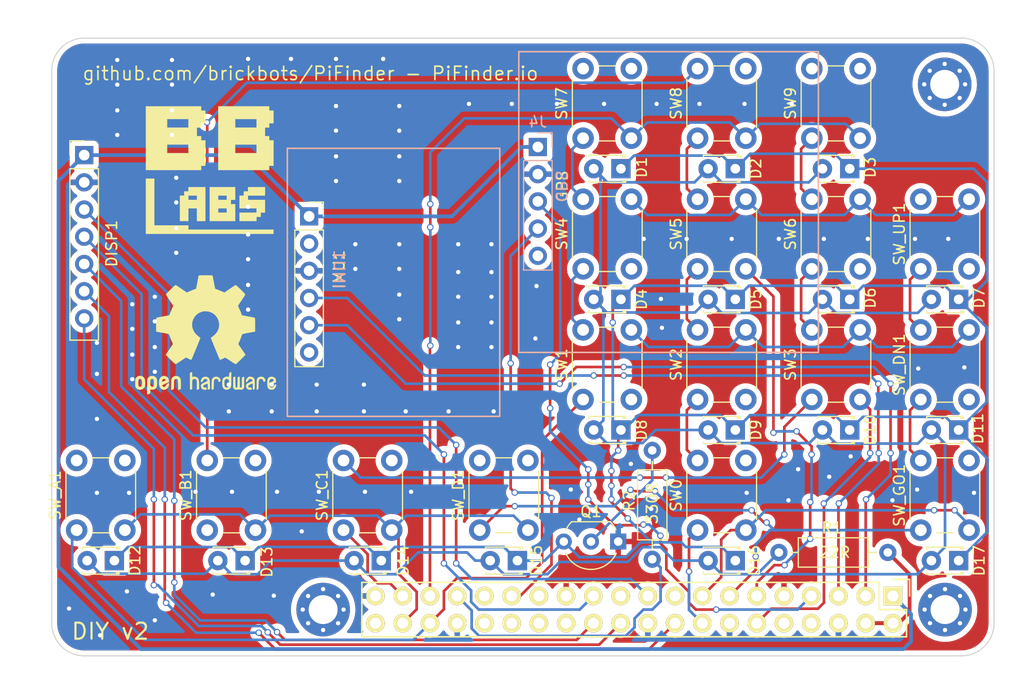
<source format=kicad_pcb>
(kicad_pcb (version 20211014) (generator pcbnew)
  (layers (0 "F.Cu" signal) (31 "B.Cu" signal) (34 "B.Paste" user) (35 "F.Paste" user) (36 "B.SilkS" user "B.Silkscreen") (37 "F.SilkS" user "F.Silkscreen") (38 "B.Mask" user) (39 "F.Mask" user) (44 "Edge.Cuts" user))
  (net 0 "")
  (net 4 "+3.3V")
  (net 6 "UART_TX")
  (net 14 "UART_RX")
  (net 17 "LED_C")
  (net 19 "DISP_DIN")
  (net 20 "DISP_CLK")
  (net 21 "DISP_CS")
  (net 22 "DISP_DC")
  (net 23 "DISP_RST")
  (net 25 "GND")
  (net 26 "I2C_SDA")
  (net 27 "I2C_SCL")
  (net 28 "COL1")
  (net 29 "ROW3")
  (net 30 "COL0")
  (net 31 "ROW2")
  (net 32 "COL2")
  (net 33 "ROW1")
  (net 34 "ROW0")
  (net 35 "ROW4")
  (net 36 "COL3")
  (net 37 "+5V")
  (net 38 "LED_A")
  (net 39 "LED_PWM")
  (net 40 "Net-(Q1-Pad2)")
  (footprint "LED_THT:LED_D1.8mm_W3.3mm_H2.4mm" (layer "F.Cu") (at 147.574 97.536 180)
    (fp_text reference "D8")
    (fp_text value "LED")
  )
  (footprint "LED_THT:LED_D1.8mm_W3.3mm_H2.4mm" (layer "F.Cu") (at 179.07 85.344 180)
    (fp_text reference "D7")
    (fp_text value "LED")
  )
  (footprint "RSU:SW_PUSH_6mm_with_hole" (layer "F.Cu") (at 144.0434 94.6912 90)
    (fp_text reference "SW1")
    (fp_text value "SW_Push_Dual")
  )
  (footprint "RSU:SW_PUSH_6mm_with_hole" (layer "F.Cu") (at 144.0434 70.306 90)
    (fp_text reference "SW7")
    (fp_text value "SW_Push_Dual")
  )
  (footprint "RSU:Adafruit_BNO055_IMU" (layer "F.Cu") (at 118.491 77.597)
    (fp_text reference "J3" hide)
    (fp_text value "IMU")
  )
  (footprint "Horizon:Mount_M2.5" (layer "F.Cu") (at 177.8 114.3)
    (fp_text reference "H3" hide)
    (fp_text value "Hole_Pad" hide)
  )
  (footprint "LED_THT:LED_D1.8mm_W3.3mm_H2.4mm" (layer "F.Cu") (at 137.922 109.728 180)
    (fp_text reference "D15")
    (fp_text value "LED")
  )
  (footprint "Horizon:Mount_M2.5" (layer "F.Cu") (at 177.768 65.278)
    (fp_text reference "H1" hide)
    (fp_text value "Hole_Pad" hide)
  )
  (footprint "RSU:SW_PUSH_6mm_with_hole" (layer "F.Cu") (at 144.054 82.498 90)
    (fp_text reference "SW4")
    (fp_text value "SW_Push_Dual")
  )
  (footprint "RSU:Waveshare1.5inOled" (layer "F.Cu") (at 97.536 71.882)
    (fp_text reference "J2" hide)
    (fp_text value "display")
  )
  (footprint "Package_TO_SOT_THT:TO-92_Inline_Wide" (layer "F.Cu") (at 147.32 107.95 180)
    (fp_text reference "Q1")
    (fp_text value "Q_NPN_EBC")
  )
  (footprint "PiHat:Pin_Header_Straight_2x20" (layer "F.Cu") (at 148.812 114.3 -90)
    (fp_text reference "J1" hide)
    (fp_text value "Raspberry_Pi_2_3")
  )
  (footprint "RSU:SW_PUSH_6mm_with_hole" (layer "F.Cu") (at 165.3794 70.306 90)
    (fp_text reference "SW9")
    (fp_text value "SW_Push_Dual")
  )
  (footprint "LED_THT:LED_D1.8mm_W3.3mm_H2.4mm" (layer "F.Cu") (at 147.574 85.344 180)
    (fp_text reference "D4")
    (fp_text value "LED")
  )
  (footprint "RSU:SW_PUSH_6mm_with_hole" (layer "F.Cu") (at 134.402 106.882 90)
    (fp_text reference "SW_D1")
    (fp_text value "SW_Push_Dual")
  )
  (footprint "LED_THT:LED_D1.8mm_W3.3mm_H2.4mm" (layer "F.Cu") (at 158.242 97.536 180)
    (fp_text reference "D9")
    (fp_text value "LED")
  )
  (footprint "RSU:SW_PUSH_6mm_with_hole" (layer "F.Cu") (at 175.5394 106.8832 90)
    (fp_text reference "SW_GO1")
    (fp_text value "SW_Push_Dual")
  )
  (footprint "LED_THT:LED_D1.8mm_W3.3mm_H2.4mm" (layer "F.Cu") (at 168.91 97.536 180)
    (fp_text reference "D10")
    (fp_text value "LED")
  )
  (footprint "LED_THT:LED_D1.8mm_W3.3mm_H2.4mm" (layer "F.Cu") (at 158.242 109.728 180)
    (fp_text reference "D16")
    (fp_text value "LED")
  )
  (footprint "RSU:SW_PUSH_6mm_with_hole" (layer "F.Cu") (at 96.81 106.882 90)
    (fp_text reference "SW_A1")
    (fp_text value "SW_Push_Dual")
  )
  (footprint "RSU:SW_PUSH_6mm_with_hole" (layer "F.Cu") (at 154.722 82.498 90)
    (fp_text reference "SW5")
    (fp_text value "SW_Push_Dual")
  )
  (footprint "RSU:SW_PUSH_6mm_with_hole" (layer "F.Cu") (at 108.9914 106.8832 90)
    (fp_text reference "SW_B1")
    (fp_text value "SW_Push_Dual")
  )
  (footprint "LED_THT:LED_D1.8mm_W3.3mm_H2.4mm" (layer "F.Cu") (at 168.91 73.152 180)
    (fp_text reference "D3")
    (fp_text value "LED")
  )
  (footprint "LED_THT:LED_D1.8mm_W3.3mm_H2.4mm" (layer "F.Cu") (at 158.242 73.152 180)
    (fp_text reference "D2")
    (fp_text value "LED")
  )
  (footprint "LED_THT:LED_D1.8mm_W3.3mm_H2.4mm" (layer "F.Cu") (at 179.07 97.536 180)
    (fp_text reference "D11")
    (fp_text value "LED")
  )
  (footprint "Resistor_THT:R_Axial_DIN0207_L6.3mm_D2.5mm_P10.16mm_Horizontal" (layer "F.Cu") (at 172.466 108.966 180)
    (fp_text reference "R1")
    (fp_text value "22")
  )
  (footprint "LED_THT:LED_D1.8mm_W3.3mm_H2.4mm" (layer "F.Cu") (at 112.522 109.728 180)
    (fp_text reference "D13")
    (fp_text value "LED")
  )
  (footprint "RSU:SW_PUSH_6mm_with_hole" (layer "F.Cu") (at 154.722 94.69 90)
    (fp_text reference "SW2")
    (fp_text value "SW_Push_Dual")
  )
  (footprint "Horizon:Mount_M2.5" (layer "F.Cu") (at 119.8 114.3)
    (fp_text reference "H4" hide)
    (fp_text value "Hole_Pad" hide)
  )
  (footprint "RSU:SW_PUSH_6mm_with_hole" (layer "F.Cu") (at 121.702 106.882 90)
    (fp_text reference "SW_C1")
    (fp_text value "SW_Push_Dual")
  )
  (footprint "LED_THT:LED_D1.8mm_W3.3mm_H2.4mm" (layer "F.Cu") (at 125.222 109.728 180)
    (fp_text reference "D14")
    (fp_text value "LED")
  )
  (footprint "Resistor_THT:R_Axial_DIN0207_L6.3mm_D2.5mm_P10.16mm_Horizontal" (layer "F.Cu") (at 150.495 109.601 90)
    (fp_text reference "R2")
    (fp_text value "330")
  )
  (footprint "RSU:SW_PUSH_6mm_with_hole" (layer "F.Cu") (at 175.5394 94.6912 90)
    (fp_text reference "SW_DN1")
    (fp_text value "SW_Push_Dual")
  )
  (footprint "RSU_Graphics:bblabs_logo_sml" (layer "F.Cu") (at 109.22 73.279)
    (fp_text reference "G***" hide)
    (fp_text value "LOGO" hide)
  )
  (footprint "Symbol:OSHW-Logo2_14.6x12mm_SilkScreen" (layer "F.Cu") (at 108.839 88.646)
    (fp_text reference "REF**" hide)
    (fp_text value "OSHW-Logo2_14.6x12mm_SilkScreen" hide)
  )
  (footprint "LED_THT:LED_D1.8mm_W3.3mm_H2.4mm" (layer "F.Cu") (at 158.242 85.344 180)
    (fp_text reference "D5")
    (fp_text value "LED")
  )
  (footprint "RSU:SW_PUSH_6mm_with_hole" (layer "F.Cu") (at 154.722 106.882 90)
    (fp_text reference "SW0")
    (fp_text value "SW_Push_Dual")
  )
  (footprint "LED_THT:LED_D1.8mm_W3.3mm_H2.4mm" (layer "F.Cu") (at 179.07 109.728 180)
    (fp_text reference "D17")
    (fp_text value "LED")
  )
  (footprint "RSU:SW_PUSH_6mm_with_hole" (layer "F.Cu") (at 165.3794 94.6912 90)
    (fp_text reference "SW3")
    (fp_text value "SW_Push_Dual")
  )
  (footprint "LED_THT:LED_D1.8mm_W3.3mm_H2.4mm" (layer "F.Cu") (at 168.91 85.344 180)
    (fp_text reference "D6")
    (fp_text value "LED")
  )
  (footprint "LED_THT:LED_D1.8mm_W3.3mm_H2.4mm" (layer "F.Cu") (at 147.574 73.152 180)
    (fp_text reference "D1")
    (fp_text value "LED")
  )
  (footprint "RSU:SW_PUSH_6mm_with_hole" (layer "F.Cu") (at 165.3794 82.4992 90)
    (fp_text reference "SW6")
    (fp_text value "SW_Push_Dual")
  )
  (footprint "RSU:SW_PUSH_6mm_with_hole" (layer "F.Cu") (at 154.722 70.306 90)
    (fp_text reference "SW8")
    (fp_text value "SW_Push_Dual")
  )
  (footprint "RSU:SW_PUSH_6mm_with_hole" (layer "F.Cu") (at 175.5394 82.4992 90)
    (fp_text reference "SW_UP1")
    (fp_text value "SW_Push_Dual")
  )
  (footprint "LED_THT:LED_D1.8mm_W3.3mm_H2.4mm" (layer "F.Cu") (at 100.33 109.728 180)
    (fp_text reference "D12")
    (fp_text value "LED")
  )
  (footprint "RSU:GT-U7_GPS" (layer "B.Cu") (at 139.827 71.12 180)
    (fp_text reference "J4")
    (fp_text value "GPS Module")
  )
  (gr_rect (start 116.459 71.247) (end 136.271 96.266) (layer "B.SilkS") (width 0.15) (fill none))
  (gr_rect (start 138.049 62.23) (end 165.989 90.297) (layer "B.SilkS") (width 0.15) (fill none))
  (gr_line (start 97.536 118.618) (end 179.324 118.618) (layer "Edge.Cuts") (width 0.1))
  (gr_line (start 182.372 115.57) (end 182.372 64.008) (layer "Edge.Cuts") (width 0.1))
  (gr_arc (start 182.372 115.57) (mid 181.479261 117.725261) (end 179.324 118.618) (layer "Edge.Cuts") (width 0.1))
  (gr_line (start 94.488 64.008) (end 94.488 115.57) (layer "Edge.Cuts") (width 0.1))
  (gr_arc (start 97.536 118.618) (mid 95.380739 117.725261) (end 94.488 115.57) (layer "Edge.Cuts") (width 0.1))
  (gr_line (start 179.324 60.96) (end 97.536 60.96) (layer "Edge.Cuts") (width 0.1))
  (gr_arc (start 179.324 60.96) (mid 181.479261 61.852739) (end 182.372 64.008) (layer "Edge.Cuts") (width 0.1))
  (gr_arc (start 94.488 64.008) (mid 95.380739 61.852739) (end 97.536 60.96) (layer "Edge.Cuts") (width 0.1))
  (gr_text "GPS" (at 141.986 74.803 270) (layer "B.SilkS") (effects (font (size 1 1)) (justify mirror)))
  (gr_text "IMU1" (at 121.285 82.55 -90) (layer "B.SilkS") (effects (font (size 1 1)) (justify mirror)))
  (gr_text "DIY v2" (at 99.949 116.332) (layer "F.SilkS") (effects (font (size 1.5 1.5) (thickness 0.2))))
  (gr_text "github.com/brickbots/PiFinder - PiFinder.io" (at 118.618 64.262) (layer "F.SilkS") (effects (font (size 1.25 1.25))))
  (gr_text "330R" (at 150.495 104.394 90) (layer "F.SilkS") (effects (font (size 1 1))))
  (gr_text "DISP1" (at 100.076 80.137 90) (layer "F.SilkS") (effects (font (size 1 1))))
  (gr_text "IMU1" (at 121.285 82.55 90) (layer "F.SilkS") (effects (font (size 1 1))))
  (gr_text "22R" (at 167.513 108.966) (layer "F.SilkS") (effects (font (size 1 1))))
  (gr_text "GPS" (at 142.113 74.803 90) (layer "F.SilkS") (effects (font (size 1 1))))
  (segment (start 173.9316 117.983) (end 174.625 117.2896) (width 0.35) (layer "B.Cu") (net 4))
  (segment (start 138.303 71.12) (end 139.827 71.12) (width 0.35) (layer "B.Cu") (net 4))
  (segment (start 97.514 71.882) (end 112.776 71.882) (width 0.35) (layer "B.Cu") (net 4))
  (segment (start 174.625 114.713) (end 172.942 113.03) (width 0.35) (layer "B.Cu") (net 4))
  (segment (start 118.491 77.597) (end 131.826 77.597) (width 0.35) (layer "B.Cu") (net 4))
  (segment (start 102.806449 117.983) (end 173.9316 117.983) (width 0.35) (layer "B.Cu") (net 4))
  (segment (start 97.514 71.882) (end 95.123 74.273) (width 0.35) (layer "B.Cu") (net 4))
  (segment (start 174.625 117.2896) (end 174.625 114.713) (width 0.35) (layer "B.Cu") (net 4))
  (segment (start 112.776 71.882) (end 118.491 77.597) (width 0.35) (layer "B.Cu") (net 4))
  (segment (start 95.123 74.273) (end 95.123 110.299551) (width 0.35) (layer "B.Cu") (net 4))
  (segment (start 95.123 110.299551) (end 102.806449 117.983) (width 0.35) (layer "B.Cu") (net 4))
  (segment (start 131.826 77.597) (end 138.303 71.12) (width 0.35) (layer "B.Cu") (net 4))
  (segment (start 151.257 107.4015) (end 151.257 108.114398) (width 0.25) (layer "F.Cu") (net 6))
  (segment (start 146.9285 106.426) (end 149.606 106.426) (width 0.25) (layer "F.Cu") (net 6))
  (segment (start 151.808768 108.666166) (end 151.808768 110.535833) (width 0.25) (layer "F.Cu") (net 6))
  (segment (start 144.526 101.219) (end 144.526 102.616) (width 0.25) (layer "F.Cu") (net 6))
  (segment (start 149.606 106.426) (end 149.666589 106.365411) (width 0.25) (layer "F.Cu") (net 6))
  (segment (start 140.97 95.504) (end 140.97 91.44) (width 0.25) (layer "F.Cu") (net 6))
  (segment (start 153.924 113.665) (end 154.559 114.3) (width 0.25) (layer "F.Cu") (net 6))
  (segment (start 151.808768 110.535833) (end 153.924 112.651065) (width 0.25) (layer "F.Cu") (net 6))
  (segment (start 154.559 114.3) (end 156.464 114.3) (width 0.25) (layer "F.Cu") (net 6))
  (segment (start 151.257 108.114398) (end 151.808768 108.666166) (width 0.25) (layer "F.Cu") (net 6))
  (segment (start 153.924 112.651065) (end 153.924 113.665) (width 0.25) (layer "F.Cu") (net 6))
  (segment (start 144.526 104.0235) (end 146.9285 106.426) (width 0.25) (layer "F.Cu") (net 6))
  (via (at 140.97 95.504) (size 0.6) (drill 0.4) (layers "F.Cu" "B.Cu") (net 6))
  (via (at 140.97 91.44) (size 0.6) (drill 0.4) (layers "F.Cu" "B.Cu") (net 6))
  (via (at 144.526 101.219) (size 0.6) (drill 0.4) (layers "F.Cu" "B.Cu") (net 6))
  (via (at 144.526 104.0235) (size 0.6) (drill 0.4) (layers "F.Cu" "B.Cu") (net 6))
  (via (at 156.464 114.3) (size 0.6) (drill 0.4) (layers "F.Cu" "B.Cu") (net 6))
  (via (at 151.257 107.4015) (size 0.6) (drill 0.4) (layers "F.Cu" "B.Cu") (net 6))
  (via (at 144.526 102.616) (size 0.6) (drill 0.4) (layers "F.Cu" "B.Cu") (net 6))
  (via (at 149.666589 106.365411) (size 0.6) (drill 0.4) (layers "F.Cu" "B.Cu") (net 6))
  (segment (start 164.052 114.3) (end 156.464 114.3) (width 0.25) (layer "B.Cu") (net 6))
  (segment (start 150.220911 106.365411) (end 151.257 107.4015) (width 0.25) (layer "B.Cu") (net 6))
  (segment (start 141.92055 90.48945) (end 140.97 91.44) (width 0.25) (layer "B.Cu") (net 6))
  (segment (start 141.92055 78.42055) (end 141.92055 90.48945) (width 0.25) (layer "B.Cu") (net 6))
  (segment (start 141.859 98.552) (end 144.526 101.219) (width 0.25) (layer "B.Cu") (net 6))
  (segment (start 165.322 113.03) (end 164.052 114.3) (width 0.25) (layer "B.Cu") (net 6))
  (segment (start 141.859 98.552) (end 140.97 97.663) (width 0.25) (layer "B.Cu") (net 6))
  (segment (start 140.97 97.663) (end 140.97 95.504) (width 0.25) (layer "B.Cu") (net 6))
  (segment (start 149.666589 106.365411) (end 150.220911 106.365411) (width 0.25) (layer "B.Cu") (net 6))
  (segment (start 144.526 102.616) (end 144.526 104.0235) (width 0.25) (layer "B.Cu") (net 6))
  (segment (start 139.827 76.327) (end 141.92055 78.42055) (width 0.25) (layer "B.Cu") (net 6))
  (segment (start 141.097 104.013) (end 141.097 110.109) (width 0.25) (layer "F.Cu") (net 14))
  (segment (start 141.097 110.109) (end 138.176 113.03) (width 0.25) (layer "F.Cu") (net 14))
  (segment (start 137.287 102.997) (end 137.668 103.378) (width 0.25) (layer "F.Cu") (net 14))
  (segment (start 138.176 113.03) (end 137.382 113.03) (width 0.25) (layer "F.Cu") (net 14))
  (segment (start 137.287 91.313) (end 137.287 102.997) (width 0.25) (layer "F.Cu") (net 14))
  (via (at 141.097 103.886) (size 0.6) (drill 0.4) (layers "F.Cu" "B.Cu") (net 14))
  (via (at 137.668 103.378) (size 0.6) (drill 0.4) (layers "F.Cu" "B.Cu") (net 14))
  (via (at 137.287 91.313) (size 0.6) (drill 0.4) (layers "F.Cu" "B.Cu") (net 14))
  (segment (start 140.589 103.378) (end 141.097 103.886) (width 0.25) (layer "B.Cu") (net 14))
  (segment (start 137.668 103.378) (end 140.589 103.378) (width 0.25) (layer "B.Cu") (net 14))
  (segment (start 137.287 81.28) (end 137.287 91.313) (width 0.25) (layer "B.Cu") (net 14))
  (segment (start 139.827 78.74) (end 137.287 81.28) (width 0.25) (layer "B.Cu") (net 14))
  (segment (start 147.574 105.156) (end 146.685 104.267) (width 0.25) (layer "F.Cu") (net 17))
  (segment (start 146.685 102.743) (end 146.685 101.3565) (width 0.25) (layer "F.Cu") (net 17))
  (segment (start 147.574 105.156) (end 148.209 105.791) (width 0.25) (layer "F.Cu") (net 17))
  (segment (start 147.32 97.79) (end 147.574 97.536) (width 0.25) (layer "F.Cu") (net 17))
  (segment (start 146.685 104.267) (end 146.685 104.013) (width 0.25) (layer "F.Cu") (net 17))
  (segment (start 147.32 99.441) (end 147.32 97.79) (width 0.25) (layer "F.Cu") (net 17))
  (segment (start 146.812 86.106) (end 147.574 85.344) (width 0.25) (layer "F.Cu") (net 17))
  (segment (start 146.812 87.503) (end 146.812 86.106) (width 0.25) (layer "F.Cu") (net 17))
  (via (at 146.685 104.013) (size 0.6) (drill 0.4) (layers "F.Cu" "B.Cu") (net 17))
  (via (at 148.209 105.791) (size 0.6) (drill 0.4) (layers "F.Cu" "B.Cu") (net 17))
  (via (at 146.812 87.503) (size 0.6) (drill 0.4) (layers "F.Cu" "B.Cu") (net 17))
  (via (at 146.685 101.3565) (size 0.6) (drill 0.4) (layers "F.Cu" "B.Cu") (net 17))
  (via (at 146.685 102.743) (size 0.6) (drill 0.4) (layers "F.Cu" "B.Cu") (net 17))
  (via (at 147.32 99.441) (size 0.6) (drill 0.4) (layers "F.Cu" "B.Cu") (net 17))
  (segment (start 146.685 104.013) (end 146.685 102.743) (width 0.25) (layer "B.Cu") (net 17))
  (segment (start 149.225 96.139) (end 147.828 97.536) (width 0.25) (layer "B.Cu") (net 17))
  (segment (start 170.18 84.074) (end 177.8 84.074) (width 0.25) (layer "B.Cu") (net 17))
  (segment (start 150.444 108.026) (end 150.673 108.026) (width 0.25) (layer "B.Cu") (net 17))
  (segment (start 168.91 97.536) (end 167.524488 96.150488) (width 0.25) (layer "B.Cu") (net 17))
  (segment (start 181.737 74.422) (end 180.467 73.152) (width 0.25) (layer "B.Cu") (net 17))
  (segment (start 148.799 71.927) (end 147.574 73.152) (width 0.25) (layer "B.Cu") (net 17))
  (segment (start 147.828 97.536) (end 147.574 97.536) (width 0.25) (layer "B.Cu") (net 17))
  (segment (start 159.512 84.074) (end 167.64 84.074) (width 0.25) (layer "B.Cu") (net 17))
  (segment (start 149.225 96.139) (end 156.845 96.139) (width 0.25) (layer "B.Cu") (net 17))
  (segment (start 156.972 108.458) (end 158.242 109.728) (width 0.25) (layer "B.Cu") (net 17))
  (segment (start 140.462 109.728) (end 142.24 107.95) (width 0.25) (layer "B.Cu") (net 17))
  (segment (start 179.07 97.536) (end 181.767265 100.233265) (width 0.25) (layer "B.Cu") (net 17))
  (segment (start 167.64 84.074) (end 168.91 85.344) (width 0.25) (layer "B.Cu") (net 17))
  (segment (start 111.252 108.458) (end 112.522 109.728) (width 0.25) (layer "B.Cu") (net 17))
  (segment (start 180.467 73.152) (end 168.91 73.152) (width 0.25) (layer "B.Cu") (net 17))
  (segment (start 125.222 109.728) (end 126.492 108.458) (width 0.25) (layer "B.Cu") (net 17))
  (segment (start 147.574 97.536) (end 146.812 96.774) (width 0.25) (layer "B.Cu") (net 17))
  (segment (start 112.522 109.728) (end 113.792 108.458) (width 0.25) (layer "B.Cu") (net 17))
  (segment (start 146.685 100.076) (end 147.32 99.441) (width 0.25) (layer "B.Cu") (net 17))
  (segment (start 179.959 85.344) (end 181.737 83.566) (width 0.25) (layer "B.Cu") (net 17))
  (segment (start 167.524488 96.150488) (end 159.627512 96.150488) (width 0.25) (layer "B.Cu") (net 17))
  (segment (start 156.845 96.139) (end 158.242 97.536) (width 0.25) (layer "B.Cu") (net 17))
  (segment (start 148.024003 109.403601) (end 149.401604 108.026) (width 0.25) (layer "B.Cu") (net 17))
  (segment (start 100.33 109.728) (end 101.6 108.458) (width 0.25) (layer "B.Cu") (net 17))
  (segment (start 113.792 108.458) (end 123.952 108.458) (width 0.25) (layer "B.Cu") (net 17))
  (segment (start 149.401604 108.026) (end 150.673 108.026) (width 0.25) (layer "B.Cu") (net 17))
  (segment (start 157.017 71.927) (end 148.799 71.927) (width 0.25) (layer "B.Cu") (net 17))
  (segment (start 136.652 108.458) (end 137.922 109.728) (width 0.25) (layer "B.Cu") (net 17))
  (segment (start 148.844 84.074) (end 147.574 85.344) (width 0.25) (layer "B.Cu") (net 17))
  (segment (start 153.193134 108.026) (end 153.625134 108.458) (width 0.25) (layer "B.Cu") (net 17))
  (segment (start 177.8 84.074) (end 179.07 85.344) (width 0.25) (layer "B.Cu") (net 17))
  (segment (start 158.242 73.152) (end 157.017 71.927) (width 0.25) (layer "B.Cu") (net 17))
  (segment (start 168.91 73.152) (end 167.513 71.755) (width 0.25) (layer "B.Cu") (net 17))
  (segment (start 170.135 96.311) (end 168.91 97.536) (width 0.25) (layer "B.Cu") (net 17))
  (segment (start 181.737 88.011) (end 181.737 94.869) (width 0.25) (layer "B.Cu") (net 17))
  (segment (start 126.492 108.458) (end 136.652 108.458) (width 0.25) (layer "B.Cu") (net 17))
  (segment (start 156.972 84.074) (end 148.844 84.074) (width 0.25) (layer "B.Cu") (net 17))
  (segment (start 179.07 97.536) (end 177.845 96.311) (width 0.25) (layer "B.Cu") (net 17))
  (segment (start 146.685 101.3565) (end 146.685 100.076) (width 0.25) (layer "B.Cu") (net 17))
  (segment (start 143.693601 109.403601) (end 148.024003 109.403601) (width 0.25) (layer "B.Cu") (net 17))
  (segment (start 159.627512 96.150488) (end 158.242 97.536) (width 0.25) (layer "B.Cu") (net 17))
  (segment (start 179.07 85.344) (end 181.737 88.011) (width 0.25) (layer "B.Cu") (net 17))
  (segment (start 101.6 108.458) (end 111.252 108.458) (width 0.25) (layer "B.Cu") (net 17))
  (segment (start 123.952 108.458) (end 125.222 109.728) (width 0.25) (layer "B.Cu") (net 17))
  (segment (start 146.812 96.774) (end 146.812 87.503) (width 0.25) (layer "B.Cu") (net 17))
  (segment (start 168.91 85.344) (end 170.18 84.074) (width 0.25) (layer "B.Cu") (net 17))
  (segment (start 158.242 85.344) (end 159.512 84.074) (width 0.25) (layer "B.Cu") (net 17))
  (segment (start 181.767265 100.233265) (end 181.767265 107.030735) (width 0.25) (layer "B.Cu") (net 17))
  (segment (start 181.737 94.869) (end 179.07 97.536) (width 0.25) (layer "B.Cu") (net 17))
  (segment (start 181.737 83.566) (end 181.737 74.422) (width 0.25) (layer "B.Cu") (net 17))
  (segment (start 158.242 85.344) (end 156.972 84.074) (width 0.25) (layer "B.Cu") (net 17))
  (segment (start 153.625134 108.458) (end 156.972 108.458) (width 0.25) (layer "B.Cu") (net 17))
  (segment (start 159.639 71.755) (end 158.242 73.152) (width 0.25) (layer "B.Cu") (net 17))
  (segment (start 150.673 108.026) (end 153.193134 108.026) (width 0.25) (layer "B.Cu") (net 17))
  (segment (start 181.767265 107.030735) (end 179.07 109.728) (width 0.25) (layer "B.Cu") (net 17))
  (segment (start 167.513 71.755) (end 159.639 71.755) (width 0.25) (layer "B.Cu") (net 17))
  (segment (start 179.07 85.344) (end 179.959 85.344) (width 0.25) (layer "B.Cu") (net 17))
  (segment (start 142.24 107.95) (end 143.693601 109.403601) (width 0.25) (layer "B.Cu") (net 17))
  (segment (start 177.845 96.311) (end 170.135 96.311) (width 0.25) (layer "B.Cu") (net 17))
  (segment (start 137.922 109.728) (end 140.462 109.728) (width 0.25) (layer "B.Cu") (net 17))
  (segment (start 148.209 105.791) (end 150.444 108.026) (width 0.25) (layer "B.Cu") (net 17))
  (segment (start 132.207 109.982) (end 132.207 98.933) (width 0.25) (layer "F.Cu") (net 19))
  (via (at 132.207 98.933) (size 0.6) (drill 0.4) (layers "F.Cu" "B.Cu") (net 19))
  (via (at 132.207 109.982) (size 0.6) (drill 0.4) (layers "F.Cu" "B.Cu") (net 19))
  (segment (start 148.5 111.448) (end 133.673 111.448) (width 0.25) (layer "B.Cu") (net 19))
  (segment (start 150.082 113.03) (end 148.5 111.448) (width 0.25) (layer "B.Cu") (net 19))
  (segment (start 105.41 84.858) (end 97.514 76.962) (width 0.25) (layer "B.Cu") (net 19))
  (segment (start 130.574 97.3) (end 108.857 97.3) (width 0.25) (layer "B.Cu") (net 19))
  (segment (start 132.207 98.933) (end 130.574 97.3) (width 0.25) (layer "B.Cu") (net 19))
  (segment (start 105.41 93.853) (end 105.41 84.858) (width 0.25) (layer "B.Cu") (net 19))
  (segment (start 108.857 97.3) (end 105.41 93.853) (width 0.25) (layer "B.Cu") (net 19))
  (segment (start 133.673 111.448) (end 132.207 109.982) (width 0.25) (layer "B.Cu") (net 19))
  (segment (start 131.064 109.982) (end 131.064 99.822) (width 0.25) (layer "F.Cu") (net 20))
  (via (at 131.064 109.982) (size 0.6) (drill 0.4) (layers "F.Cu" "B.Cu") (net 20))
  (via (at 131.064 99.822) (size 0.6) (drill 0.4) (layers "F.Cu" "B.Cu") (net 20))
  (segment (start 133.604 113.584001) (end 134.319999 114.3) (width 0.25) (layer "B.Cu") (net 20))
  (segment (start 134.319999 114.3) (end 143.732 114.3) (width 0.25) (layer "B.Cu") (net 20))
  (segment (start 102.87 93.218) (end 102.87 84.858) (width 0.25) (layer "B.Cu") (net 20))
  (segment (start 143.732 114.3) (end 145.002 113.03) (width 0.25) (layer "B.Cu") (net 20))
  (segment (start 133.604 112.522) (end 133.604 113.584001) (width 0.25) (layer "B.Cu") (net 20))
  (segment (start 129.286 98.044) (end 107.696 98.044) (width 0.25) (layer "B.Cu") (net 20))
  (segment (start 131.064 109.982) (end 133.604 112.522) (width 0.25) (layer "B.Cu") (net 20))
  (segment (start 131.064 99.822) (end 129.286 98.044) (width 0.25) (layer "B.Cu") (net 20))
  (segment (start 102.87 84.858) (end 97.514 79.502) (width 0.25) (layer "B.Cu") (net 20))
  (segment (start 107.696 98.044) (end 102.87 93.218) (width 0.25) (layer "B.Cu") (net 20))
  (segment (start 105.918 111.76) (end 105.918 104.14) (width 0.25) (layer "F.Cu") (net 21))
  (segment (start 116.224355 117.125) (end 115.499455 116.4001) (width 0.25) (layer "F.Cu") (net 21))
  (segment (start 145.002 115.57) (end 143.447 117.125) (width 0.25) (layer "F.Cu") (net 21))
  (segment (start 116.224355 117.125) (end 143.447 117.125) (width 0.25) (layer "F.Cu") (net 21))
  (via (at 105.918 104.14) (size 0.6) (drill 0.4) (layers "F.Cu" "B.Cu") (net 21))
  (via (at 115.499455 116.4001) (size 0.6) (drill 0.4) (layers "F.Cu" "B.Cu") (net 21))
  (via (at 105.918 111.76) (size 0.6) (drill 0.4) (layers "F.Cu" "B.Cu") (net 21))
  (segment (start 108.331698 115.315302) (end 105.918698 112.902302) (width 0.25) (layer "B.Cu") (net 21))
  (segment (start 114.414657 115.315302) (end 108.331698 115.315302) (width 0.25) (layer "B.Cu") (net 21))
  (segment (start 105.918 112.901604) (end 105.918 111.76) (width 0.25) (layer "B.Cu") (net 21))
  (segment (start 100.965 85.493) (end 97.514 82.042) (width 0.25) (layer "B.Cu") (net 21))
  (segment (start 100.965 93.472) (end 100.965 85.493) (width 0.25) (layer "B.Cu") (net 21))
  (segment (start 105.918698 112.902302) (end 105.918 112.901604) (width 0.25) (layer "B.Cu") (net 21))
  (segment (start 105.918 98.425) (end 100.965 93.472) (width 0.25) (layer "B.Cu") (net 21))
  (segment (start 115.499455 116.4001) (end 114.414657 115.315302) (width 0.25) (layer "B.Cu") (net 21))
  (segment (start 105.918 104.14) (end 105.918 98.425) (width 0.25) (layer "B.Cu") (net 21))
  (segment (start 115.358 118.025) (end 150.167 118.025) (width 0.25) (layer "F.Cu") (net 22))
  (segment (start 115.358 118.025) (end 113.792 116.459) (width 0.25) (layer "F.Cu") (net 22))
  (segment (start 152.622 115.57) (end 150.167 118.025) (width 0.25) (layer "F.Cu") (net 22))
  (segment (start 105.029 113.538) (end 105.156 113.665) (width 0.25) (layer "F.Cu") (net 22))
  (segment (start 105.029 104.013) (end 105.029 113.538) (width 0.25) (layer "F.Cu") (net 22))
  (via (at 105.029 104.013) (size 0.6) (drill 0.4) (layers "F.Cu" "B.Cu") (net 22))
  (via (at 113.792 116.459) (size 0.6) (drill 0.4) (layers "F.Cu" "B.Cu") (net 22))
  (via (at 105.156 113.665) (size 0.6) (drill 0.4) (layers "F.Cu" "B.Cu") (net 22))
  (segment (start 107.95 116.459) (end 113.792 116.459) (width 0.25) (layer "B.Cu") (net 22))
  (segment (start 97.514 84.582) (end 99.822 86.89) (width 0.25) (layer "B.Cu") (net 22))
  (segment (start 99.822 86.89) (end 99.822 93.98) (width 0.25) (layer "B.Cu") (net 22))
  (segment (start 105.029 99.187) (end 105.029 104.013) (width 0.25) (layer "B.Cu") (net 22))
  (segment (start 105.156 113.665) (end 107.95 116.459) (width 0.25) (layer "B.Cu") (net 22))
  (segment (start 99.822 93.98) (end 105.029 99.187) (width 0.25) (layer "B.Cu") (net 22))
  (segment (start 104.013 104.013) (end 104.013 111.506) (width 0.25) (layer "F.Cu") (net 23))
  (segment (start 104.013 111.506) (end 104.013 112.014) (width 0.25) (layer "F.Cu") (net 23))
  (segment (start 115.791178 117.575) (end 114.632901 116.416723) (width 0.25) (layer "F.Cu") (net 23))
  (segment (start 115.791178 117.575) (end 145.537 117.575) (width 0.25) (layer "F.Cu") (net 23))
  (segment (start 145.537 117.575) (end 147.542 115.57) (width 0.25) (layer "F.Cu") (net 23))
  (via (at 114.632901 116.416723) (size 0.6) (drill 0.4) (layers "F.Cu" "B.Cu") (net 23))
  (via (at 104.013 112.014) (size 0.6) (drill 0.4) (layers "F.Cu" "B.Cu") (net 23))
  (via (at 104.013 104.013) (size 0.6) (drill 0.4) (layers "F.Cu" "B.Cu") (net 23))
  (segment (start 108.208884 115.834) (end 114.050178 115.834) (width 0.25) (layer "B.Cu") (net 23))
  (segment (start 97.514 87.122) (end 97.514 92.815) (width 0.25) (layer "B.Cu") (net 23))
  (segment (start 104.388884 112.014) (end 108.208884 115.834) (width 0.25) (layer "B.Cu") (net 23))
  (segment (start 104.013 112.014) (end 104.388884 112.014) (width 0.25) (layer "B.Cu") (net 23))
  (segment (start 97.514 92.815) (end 104.013 99.314) (width 0.25) (layer "B.Cu") (net 23))
  (segment (start 104.013 99.314) (end 104.013 104.013) (width 0.25) (layer "B.Cu") (net 23))
  (segment (start 114.050178 115.834) (end 114.632901 116.416723) (width 0.25) (layer "B.Cu") (net 23))
  (segment (start 142.494 112.998) (end 142.462 113.03) (width 0.25) (layer "F.Cu") (net 25))
  (via (at 153.7 79.7) (size 0.6) (drill 0.4) (layers "F.Cu" "B.Cu") (net 25))
  (via (at 119.4 103.3) (size 0.6) (drill 0.4) (layers "F.Cu" "B.Cu") (net 25))
  (via (at 175 79.7) (size 0.6) (drill 0.4) (layers "F.Cu" "B.Cu") (net 25))
  (via (at 112.8 84) (size 0.6) (drill 0.4) (layers "F.Cu" "B.Cu") (net 25))
  (via (at 121 72) (size 0.6) (drill 0.4) (layers "F.Cu" "B.Cu") (net 25))
  (via (at 175.2 103.1) (size 0.6) (drill 0.4) (layers "F.Cu" "B.Cu") (net 25))
  (via (at 104.1 115.3) (size 0.6) (drill 0.4) (layers "F.Cu" "B.Cu") (net 25))
  (via (at 162.3 79.7) (size 0.6) (drill 0.4) (layers "F.Cu" "B.Cu") (net 25))
  (via (at 111 95.8) (size 0.6) (drill 0.4) (layers "F.Cu" "B.Cu") (net 25))
  (via (at 126.9 69.6) (size 0.6) (drill 0.4) (layers "F.Cu" "B.Cu") (net 25))
  (via (at 132.4 89.8) (size 0.6) (drill 0.4) (layers "F.Cu" "B.Cu") (net 25))
  (via (at 98.7 103.4) (size 0.6) (drill 0.4) (layers "F.Cu" "B.Cu") (net 25))
  (via (at 148.5 100.7) (size 0.6) (drill 0.4) (layers "F.Cu" "B.Cu") (net 25))
  (via (at 126.9 72) (size 0.6) (drill 0.4) (layers "F.Cu" "B.Cu") (net 25))
  (via (at 142.9 103.1) (size 0.6) (drill 0.4) (layers "F.Cu" "B.Cu") (net 25))
  (via (at 100.6 65.3) (size 0.6) (drill 0.4) (layers "F.Cu" "B.Cu") (net 25))
  (via (at 126.9 74.3) (size 0.6) (drill 0.4) (layers "F.Cu" "B.Cu") (net 25))
  (via (at 112.8 76.7) (size 0.6) (drill 0.4) (layers "F.Cu" "B.Cu") (net 25))
  (via (at 115 95.8) (size 0.6) (drill 0.4) (layers "F.Cu" "B.Cu") (net 25))
  (via (at 98.7 89.4) (size 0.6) (drill 0.4) (layers "F.Cu" "B.Cu") (net 25))
  (via (at 151.4 88) (size 0.6) (drill 0.4) (layers "F.Cu" "B.Cu") (net 25))
  (via (at 100.6 63) (size 0.6) (drill 0.4) (layers "F.Cu" "B.Cu") (net 25))
  (via (at 104.1 89.8) (size 0.6) (drill 0.4) (layers "F.Cu" "B.Cu") (net 25))
  (via (at 123.7 103.3) (size 0.6) (drill 0.4) (layers "F.Cu" "B.Cu") (net 25))
  (via (at 98.7 96.5) (size 0.6) (drill 0.4) (layers "F.Cu" "B.Cu") (net 25))
  (via (at 159.3 103.4) (size 0.6) (drill 0.4) (layers "F.Cu" "B.Cu") (net 25))
  (via (at 106.1 81) (size 0.6) (drill 0.4) (layers "F.Cu" "B.Cu") (net 25))
  (via (at 102 85.8) (size 0.6) (drill 0.4) (layers "F.Cu" "B.Cu") (net 25))
  (via (at 151.3 85.3) (size 0.6) (drill 0.4) (layers "F.Cu" "B.Cu") (net 25))
  (via (at 141.6 67.1) (size 0.6) (drill 0.4) (layers "F.Cu" "B.Cu") (net 25))
  (via (at 104.1 85.1) (size 0.6) (drill 0.4) (layers "F.Cu" "B.Cu") (net 25))
  (via (at 111.3 103.3) (size 0.6) (drill 0.4) (layers "F.Cu" "B.Cu") (net 25))
  (via (at 132.4 87.5) (size 0.6) (drill 0.4) (layers "F.Cu" "B.Cu") (net 25))
  (via (at 172.9 104.1) (size 0.6) (drill 0.4) (layers "F.Cu" "B.Cu") (net 25))
  (via (at 139.6 89) (size 0.6) (drill 0.4) (layers "F.Cu" "B.Cu") (net 25))
  (via (at 135.5 85.1) (size 0.6) (drill 0.4) (layers "F.Cu" "B.Cu") (net 25))
  (via (at 154.9 67.1) (size 0.6) (drill 0.4) (layers "F.Cu" "B.Cu") (net 25))
  (via (at 121 74.3) (size 0.6) (drill 0.4) (layers "F.Cu" "B.Cu") (net 25))
  (via (at 135.5 89.8) (size 0.6) (drill 0.4) (layers "F.Cu" "B.Cu") (net 25))
  (via (at 135.5 87.5) (size 0.6) (drill 0.4) (layers "F.Cu" "B.Cu") (net 25))
  (via (at 166.5 79.7) (size 0.6) (drill 0.4) (layers "F.Cu" "B.Cu") (net 25))
  (via (at 99 116.7) (size 0.6) (drill 0.4) (layers "F.Cu" "B.Cu") (net 25))
  (via (at 127.5 95.8) (size 0.6) (drill 0.4) (layers "F.Cu" "B.Cu") (net 25))
  (via (at 111 93.3) (size 0.6) (drill 0.4) (layers "F.Cu" "B.Cu") (net 25))
  (via (at 102 92.8) (size 0.6) (drill 0.4) (layers "F.Cu" "B.Cu") (net 25))
  (via (at 128 103.3) (size 0.6) (drill 0.4) (layers "F.Cu" "B.Cu") (net 25))
  (via (at 121 69.6) (size 0.6) (drill 0.4) (layers "F.Cu" "B.Cu") (net 25))
  (via (at 100.6 67.7) (size 0.6) (drill 0.4) (layers "F.Cu" "B.Cu") (net 25))
  (via (at 122.8 82.5) (size 0.6) (drill 0.4) (layers "F.Cu" "B.Cu") (net 25))
  (via (at 163.5 67.1) (size 0.6) (drill 0.4) (layers "F.Cu" "B.Cu") (net 25))
  (via (at 104.1 92.1) (size 0.6) (drill 0.4) (layers "F.Cu" "B.Cu") (net 25))
  (via (at 126.9 67.3) (size 0.6) (drill 0.4) (layers "F.Cu" "B.Cu") (net 25))
  (via (at 117.8 107) (size 0.6) (drill 0.4) (layers "F.Cu" "B.Cu") (net 25))
  (via (at 112.8 62.9) (size 0.6) (drill 0.4) (layers "F.Cu" "B.Cu") (net 25))
  (via (at 101.5 112.6) (size 0.6) (drill 0.4) (layers "F.Cu" "B.Cu") (net 25))
  (via (at 106.1 78.7) (size 0.6) (drill 0.4) (layers "F.Cu" "B.Cu") (net 25))
  (via (at 98.7 92.3) (size 0.6) (drill 0.4) (layers "F.Cu" "B.Cu") (net 25))
  (via (at 143.7 105.9) (size 0.6) (drill 0.4) (layers "F.Cu" "B.Cu") (net 25))
  (via (at 170.6 79.7) (size 0.6) (drill 0.4) (layers "F.Cu" "B.Cu") (net 25))
  (via (at 112.8 81.6) (size 0.6) (drill 0.4) (layers "F.Cu" "B.Cu") (net 25))
  (via (at 157.9 79.7) (size 0.6) (drill 0.4) (layers "F.Cu" "B.Cu") (net 25))
  (via (at 150.4 104.9) (size 0.6) (drill 0.4) (layers "F.Cu" "B.Cu") (net 25))
  (via (at 116.8 62.9) (size 0.6) (drill 0.4) (layers "F.Cu" "B.Cu") (net 25))
  (via (at 132.4 82.8) (size 0.6) (drill 0.4) (layers "F.Cu" "B.Cu") (net 25))
  (via (at 115.5 103.3) (size 0.6) (drill 0.4) (layers "F.Cu" "B.Cu") (net 25))
  (via (at 146 67.1) (size 0.6) (drill 0.4) (layers "F.Cu" "B.Cu") (net 25))
  (via (at 139.7 84.1) (size 0.6) (drill 0.4) (layers "F.Cu" "B.Cu") (net 25))
  (via (at 132.4 80.2) (size 0.6) (drill 0.4) (layers "F.Cu" "B.Cu") (net 25))
  (via (at 135.7 95.8) (size 0.6) (drill 0.4) (layers "F.Cu" "B.Cu") (net 25))
  (via (at 126.9 80.2) (size 0.6) (drill 0.4) (layers "F.Cu" "B.Cu") (net 25))
  (via (at 102 90.5) (size 0.6) (drill 0.4) (layers "F.Cu" "B.Cu") (net 25))
  (via (at 152.9 103.4) (size 0.6) (drill 0.4) (layers "F.Cu" "B.Cu") (net 25))
  (via (at 135.5 82.8) (size 0.6) (drill 0.4) (layers "F.Cu" "B.Cu") (net 25))
  (via (at 109.5 112.9) (size 0.6) (drill 0.4) (layers "F.Cu" "B.Cu") (net 25))
  (via (at 126.9 87.2) (size 0.6) (drill 0.4) (layers "F.Cu" "B.Cu") (net 25))
  (via (at 102 88.1) (size 0.6) (drill 0.4) (layers "F.Cu" "B.Cu") (net 25))
  (via (at 105.7 67.7) (size 0.6) (drill 0.4) (layers "F.Cu" "B.Cu") (net 25))
  (via (at 122.8 80.2) (size 0.6) (drill 0.4) (layers "F.Cu" "B.Cu") (net 25))
  (via (at 101.7 103.4) (size 0.6) (drill 0.4) (layers "F.Cu" "B.Cu") (net 25))
  (via (at 121 67.3) (size 0.6) (drill 0.4) (layers "F.Cu" "B.Cu") (net 25))
  (via (at 112.8 79.3) (size 0.6) (drill 0.4) (layers "F.Cu" "B.Cu") (net 25))
  (via (at 137.4 67.1) (size 0.6) (drill 0.4) (layers "F.Cu" "B.Cu") (net 25))
  (via (at 178.1 79.7) (size 0.6) (drill 0.4) (layers "F.Cu" "B.Cu") (net 25))
  (via (at 131.5 95.8) (size 0.6) (drill 0.4) (layers "F.Cu" "B.Cu") (net 25))
  (via (at 105.7 70) (size 0.6) (drill 0.4) (layers "F.Cu" "B.Cu") (net 25))
  (via (at 96.1 114.2) (size 0.6) (drill 0.4) (layers "F.Cu" "B.Cu") (net 25))
  (via (at 126.9 82.5) (size 0.6) (drill 0.4) (layers "F.Cu" "B.Cu") (net 25))
  (via (at 163.2 104.1) (size 0.6) (drill 0.4) (layers "F.Cu" "B.Cu") (net 25))
  (via (at 164.1 101.2) (size 0.6) (drill 0.4) (layers "F.Cu" "B.Cu") (net 25))
  (via (at 159.1 67.1) (size 0.6) (drill 0.4) (layers "F.Cu" "B.Cu") (net 25))
  (via (at 123.6 95.8) (size 0.6) (drill 0.4) (layers "F.Cu" "B.Cu") (net 25))
  (via (at 119.2 93.3) (size 0.6) (drill 0.4) (layers "F.Cu" "B.Cu") (net 25))
  (via (at 100.6 70) (size 0.6) (drill 0.4) (layers "F.Cu" "B.Cu") (net 25))
  (via (at 125.4 62.9) (size 0.6) (drill 0.4) (layers "F.Cu" "B.Cu") (net 25))
  (via (at 135.5 80.2) (size 0.6) (drill 0.4) (layers "F.Cu" "B.Cu") (net 25))
  (via (at 115.2 113) (size 0.6) (drill 0.4) (layers "F.Cu" "B.Cu") (net 25))
  (via (at 126.9 84.9) (size 0.6) (drill 0.4) (layers "F.Cu" "B.Cu") (net 25))
  (via (at 132.4 85.1) (size 0.6) (drill 0.4) (layers "F.Cu" "B.Cu") (net 25))
  (via (at 175.3 91.8) (size 0.6) (drill 0.4) (layers "F.Cu" "B.Cu") (net 25))
  (via (at 123.6 93.3) (size 0.6) (drill 0.4) (layers "F.Cu" "B.Cu") (net 25))
  (via (at 121 62.9) (size 0.6) (drill 0.4) (layers "F.Cu" "B.Cu") (net 25))
  (via (at 169 100) (size 0.6) (drill 0.4) (layers "F.Cu" "B.Cu") (net 25))
  (via (at 104.1 87.4) (size 0.6) (drill 0.4) (layers "F.Cu" "B.Cu") (net 25))
  (via (at 105.7 63) (size 0.6) (drill 0.4) (layers "F.Cu" "B.Cu") (net 25))
  (via (at 167 101.9) (size 0.6) (drill 0.4) (layers "F.Cu" "B.Cu") (net 25))
  (via (at 107.9 103.3) (size 0.6) (drill 0.4) (layers "F.Cu" "B.Cu") (net 25))
  (via (at 150.9 67.1) (size 0.6) (drill 0.4) (layers "F.Cu" "B.Cu") (net 25))
  (via (at 115 93.3) (size 0.6) (drill 0.4) (layers "F.Cu" "B.Cu") (net 25))
  (via (at 105.7 65.3) (size 0.6) (drill 0.4) (layers "F.Cu" "B.Cu") (net 25))
  (via (at 106.1 76.3) (size 0.6) (drill 0.4) (layers "F.Cu" "B.Cu") (net 25))
  (via (at 119.2 95.8) (size 0.6) (drill 0.4) (layers "F.Cu" "B.Cu") (net 25))
  (via (at 180.5 103.4) (size 0.6) (drill 0.4) (layers "F.Cu" "B.Cu") (net 25))
  (via (at 133.4 67.1) (size 0.6) (drill 0.4) (layers "F.Cu" "B.Cu") (net 25))
  (via (at 106.1 74) (size 0.6) (drill 0.4) (layers "F.Cu" "B.Cu") (net 25))
  (via (at 149.7 79.7) (size 0.6) (drill 0.4) (layers "F.Cu" "B.Cu") (net 25))
  (via (at 179.6 91.7) (size 0.6) (drill 0.4) (layers "F.Cu" "B.Cu") (net 25))
  (via (at 112.8 86.3) (size 0.6) (drill 0.4) (layers "F.Cu" "B.Cu") (net 25))
  (segment (start 170.434 104.013) (end 170.402 104.045) (width 0.25) (layer "F.Cu") (net 26))
  (segment (start 143.420503 91.656497) (end 141.859 93.218) (width 0.25) (layer "F.Cu") (net 26))
  (segment (start 147.828 91.656497) (end 143.420503 91.656497) (width 0.25) (layer "F.Cu") (net 26))
  (segment (start 170.402 104.045) (end 170.402 113.03) (width 0.25) (layer "F.Cu") (net 26))
  (segment (start 172.72 93.218) (end 172.72 99.695) (width 0.25) (layer "F.Cu") (net 26))
  (via (at 172.72 93.218) (size 0.6) (drill 0.4) (layers "F.Cu" "B.Cu") (net 26))
  (via (at 170.434 104.013) (size 0.6) (drill 0.4) (layers "F.Cu" "B.Cu") (net 26))
  (via (at 172.72 99.695) (size 0.6) (drill 0.4) (layers "F.Cu" "B.Cu") (net 26))
  (via (at 141.859 93.218) (size 0.6) (drill 0.4) (layers "F.Cu" "B.Cu") (net 26))
  (via (at 147.828 91.656497) (size 0.6) (drill 0.4) (layers "F.Cu" "B.Cu") (net 26))
  (segment (start 141.859 93.218) (end 127.508 93.218) (width 0.25) (layer "B.Cu") (net 26))
  (segment (start 127.508 93.218) (end 122.047 87.757) (width 0.25) (layer "B.Cu") (net 26))
  (segment (start 171.158497 91.656497) (end 172.72 93.218) (width 0.25) (layer "B.Cu") (net 26))
  (segment (start 171.158497 91.656497) (end 147.828 91.656497) (width 0.25) (layer "B.Cu") (net 26))
  (segment (start 172.72 101.727) (end 170.434 104.013) (width 0.25) (layer "B.Cu") (net 26))
  (segment (start 172.72 99.695) (end 172.72 101.727) (width 0.25) (layer "B.Cu") (net 26))
  (segment (start 122.047 87.757) (end 118.491 87.757) (width 0.25) (layer "B.Cu") (net 26))
  (segment (start 167.862 104.426) (end 167.862 113.03) (width 0.25) (layer "F.Cu") (net 27))
  (segment (start 171.577 99.657497) (end 171.614503 99.695) (width 0.25) (layer "F.Cu") (net 27))
  (segment (start 171.577 93.218) (end 171.577 99.657497) (width 0.25) (layer "F.Cu") (net 27))
  (segment (start 167.894 104.394) (end 167.862 104.426) (width 0.25) (layer "F.Cu") (net 27))
  (segment (start 147.828 92.456) (end 145.034 92.456) (width 0.25) (layer "F.Cu") (net 27))
  (via (at 171.577 93.218) (size 0.6) (drill 0.4) (layers "F.Cu" "B.Cu") (net 27))
  (via (at 147.828 92.456) (size 0.6) (drill 0.4) (layers "F.Cu" "B.Cu") (net 27))
  (via (at 171.614503 99.695) (size 0.6) (drill 0.4) (layers "F.Cu" "B.Cu") (net 27))
  (via (at 167.894 104.394) (size 0.6) (drill 0.4) (layers "F.Cu" "B.Cu") (net 27))
  (via (at 145.034 92.456) (size 0.6) (drill 0.4) (layers "F.Cu" "B.Cu") (net 27))
  (segment (start 170.815 92.456) (end 147.828 92.456) (width 0.25) (layer "B.Cu") (net 27))
  (segment (start 129.286 92.456) (end 122.047 85.217) (width 0.25) (layer "B.Cu") (net 27))
  (segment (start 171.614503 99.695) (end 171.614503 100.673497) (width 0.25) (layer "B.Cu") (net 27))
  (segment (start 171.614503 100.673497) (end 167.894 104.394) (width 0.25) (layer "B.Cu") (net 27))
  (segment (start 122.047 85.217) (end 118.491 85.217) (width 0.25) (layer "B.Cu") (net 27))
  (segment (start 170.815 92.456) (end 171.577 93.218) (width 0.25) (layer "B.Cu") (net 27))
  (segment (start 145.034 92.456) (end 129.286 92.456) (width 0.25) (layer "B.Cu") (net 27))
  (segment (start 154.722 94.69) (end 153.722 95.69) (width 0.25) (layer "F.Cu") (net 28))
  (segment (start 153.722 74.998) (end 154.722 75.998) (width 0.25) (layer "F.Cu") (net 28))
  (segment (start 153.924 110.744) (end 153.924 107.68) (width 0.25) (layer "F.Cu") (net 28))
  (segment (start 153.722 83.498) (end 153.722 87.19) (width 0.25) (layer "F.Cu") (net 28))
  (segment (start 153.722 95.69) (end 153.722 99.382) (width 0.25) (layer "F.Cu") (net 28))
  (segment (start 108.9914 100.3832) (end 108.9914 68.8594) (width 0.25) (layer "F.Cu") (net 28))
  (segment (start 153.722 71.306) (end 153.722 74.998) (width 0.25) (layer "F.Cu") (net 28))
  (segment (start 153.722 99.382) (end 154.722 100.382) (width 0.25) (layer "F.Cu") (net 28))
  (segment (start 154.722 70.306) (end 153.722 71.306) (width 0.25) (layer "F.Cu") (net 28))
  (segment (start 108.9914 68.8594) (end 108.966 68.834) (width 0.25) (layer "F.Cu") (net 28))
  (segment (start 153.722 87.19) (end 154.722 88.19) (width 0.25) (layer "F.Cu") (net 28))
  (segment (start 153.924 107.68) (end 154.722 106.882) (width 0.25) (layer "F.Cu") (net 28))
  (segment (start 154.722 82.498) (end 153.722 83.498) (width 0.25) (layer "F.Cu") (net 28))
  (via (at 108.966 68.834) (size 0.6) (drill 0.4) (layers "F.Cu" "B.Cu") (net 28))
  (via (at 153.924 110.744) (size 0.6) (drill 0.4) (layers "F.Cu" "B.Cu") (net 28))
  (segment (start 155.162 115.57) (end 153.924 114.332) (width 0.25) (layer "B.Cu") (net 28))
  (segment (start 153.924 114.332) (end 153.924 110.744) (width 0.25) (layer "B.Cu") (net 28))
  (segment (start 112.669 65.131) (end 153.397 65.131) (width 0.25) (layer "B.Cu") (net 28))
  (segment (start 108.966 68.834) (end 112.669 65.131) (width 0.25) (layer "B.Cu") (net 28))
  (segment (start 153.397 65.131) (end 154.722 63.806) (width 0.25) (layer "B.Cu") (net 28))
  (segment (start 155.162 113.03) (end 156.927 111.265) (width 0.25) (layer "F.Cu") (net 29))
  (segment (start 156.927 107.762787) (end 157.807787 106.882) (width 0.25) (layer "F.Cu") (net 29))
  (segment (start 157.807787 106.882) (end 159.222 106.882) (width 0.25) (layer "F.Cu") (net 29))
  (segment (start 176.784 105.029) (end 178.689 105.029) (width 0.25) (layer "F.Cu") (net 29))
  (segment (start 156.927 111.265) (end 156.927 107.762787) (width 0.25) (layer "F.Cu") (net 29))
  (via (at 178.689 105.029) (size 0.6) (drill 0.4) (layers "F.Cu" "B.Cu") (net 29))
  (via (at 176.784 105.029) (size 0.6) (drill 0.4) (layers "F.Cu" "B.Cu") (net 29))
  (segment (start 161.075 105.029) (end 176.784 105.029) (width 0.25) (layer "B.Cu") (net 29))
  (segment (start 159.222 106.882) (end 161.075 105.029) (width 0.25) (layer "B.Cu") (net 29))
  (segment (start 180.0394 106.8832) (end 180.0394 106.3794) (width 0.25) (layer "B.Cu") (net 29))
  (segment (start 180.0394 106.3794) (end 178.689 105.029) (width 0.25) (layer "B.Cu") (net 29))
  (segment (start 140.227 98.5076) (end 140.227 109.873) (width 0.25) (layer "F.Cu") (net 30))
  (segment (start 131.064 114.268) (end 129.762 115.57) (width 0.25) (layer "F.Cu") (net 30))
  (segment (start 132.284465 111.3666) (end 131.064 112.587065) (width 0.25) (layer "F.Cu") (net 30))
  (segment (start 138.7334 111.3666) (end 132.284465 111.3666) (width 0.25) (layer "F.Cu") (net 30))
  (segment (start 140.227 109.873) (end 138.7334 111.3666) (width 0.25) (layer "F.Cu") (net 30))
  (segment (start 144.0434 94.6912) (end 140.227 98.5076) (width 0.25) (layer "F.Cu") (net 30))
  (segment (start 131.064 112.587065) (end 131.064 114.268) (width 0.25) (layer "F.Cu") (net 30))
  (segment (start 144.054 82.498) (end 143.054 83.498) (width 0.25) (layer "B.Cu") (net 30))
  (segment (start 103.155 117.125) (end 128.207 117.125) (width 0.25) (layer "B.Cu") (net 30))
  (segment (start 143.054 87.2018) (end 144.0434 88.1912) (width 0.25) (layer "B.Cu") (net 30))
  (segment (start 143.0434 74.9874) (end 144.054 75.998) (width 0.25) (layer "B.Cu") (net 30))
  (segment (start 96.81 106.882) (end 96.393 107.299) (width 0.25) (layer "B.Cu") (net 30))
  (segment (start 143.054 83.498) (end 143.054 87.2018) (width 0.25) (layer "B.Cu") (net 30))
  (segment (start 96.393 110.363) (end 103.155 117.125) (width 0.25) (layer "B.Cu") (net 30))
  (segment (start 144.0434 70.306) (end 143.0434 71.306) (width 0.25) (layer "B.Cu") (net 30))
  (segment (start 96.393 107.299) (end 96.393 110.363) (width 0.25) (layer "B.Cu") (net 30))
  (segment (start 143.0434 71.306) (end 143.0434 74.9874) (width 0.25) (layer "B.Cu") (net 30))
  (segment (start 128.207 117.125) (end 129.762 115.57) (width 0.25) (layer "B.Cu") (net 30))
  (segment (start 166.5106 104.4076) (end 166.5106 113.6514) (width 0.25) (layer "F.Cu") (net 31))
  (segment (start 161.5934 114.2186) (end 165.9434 114.2186) (width 0.25) (layer "F.Cu") (net 31))
  (segment (start 170.815 95.6268) (end 170.815 99.695) (width 0.25) (layer "F.Cu") (net 31))
  (segment (start 169.8794 94.6912) (end 170.815 95.6268) (width 0.25) (layer "F.Cu") (net 31))
  (segment (start 160.242 115.57) (end 161.5934 114.2186) (width 0.25) (layer "F.Cu") (net 31))
  (segment (start 165.9434 114.2186) (end 166.5106 113.6514) (width 0.25) (layer "F.Cu") (net 31))
  (segment (start 166.497 104.394) (end 166.5106 104.4076) (width 0.25) (layer "F.Cu") (net 31))
  (via (at 166.497 104.394) (size 0.6) (drill 0.4) (layers "F.Cu" "B.Cu") (net 31))
  (via (at 170.815 99.695) (size 0.6) (drill 0.4) (layers "F.Cu" "B.Cu") (net 31))
  (segment (start 170.815 99.695) (end 170.815 100.076) (width 0.25) (layer "B.Cu") (net 31))
  (segment (start 157.623 89.789) (end 159.222 88.19) (width 0.25) (layer "B.Cu") (net 31))
  (segment (start 160.821 89.789) (end 168.2816 89.789) (width 0.25) (layer "B.Cu") (net 31))
  (segment (start 148.5434 88.1912) (end 150.1412 89.789) (width 0.25) (layer "B.Cu") (net 31))
  (segment (start 168.2816 89.789) (end 169.8794 88.1912) (width 0.25) (layer "B.Cu") (net 31))
  (segment (start 171.4772 89.789) (end 178.4416 89.789) (width 0.25) (layer "B.Cu") (net 31))
  (segment (start 178.4416 89.789) (end 180.0394 88.1912) (width 0.25) (layer "B.Cu") (net 31))
  (segment (start 170.815 100.076) (end 166.497 104.394) (width 0.25) (layer "B.Cu") (net 31))
  (segment (start 150.1412 89.789) (end 157.623 89.789) (width 0.25) (layer "B.Cu") (net 31))
  (segment (start 159.222 88.19) (end 160.821 89.789) (width 0.25) (layer "B.Cu") (net 31))
  (segment (start 169.8794 88.1912) (end 171.4772 89.789) (width 0.25) (layer "B.Cu") (net 31))
  (segment (start 124.8854 111.8414) (end 123.952 110.908) (width 0.25) (layer "F.Cu") (net 32))
  (segment (start 165.3794 94.6912) (end 162.814 97.2566) (width 0.25) (layer "F.Cu") (net 32))
  (segment (start 165.3794 70.306) (end 164.3794 71.306) (width 0.25) (layer "F.Cu") (net 32))
  (segment (start 164.3794 71.306) (end 164.3794 74.9992) (width 0.25) (layer "F.Cu") (net 32))
  (segment (start 162.814 97.2566) (end 162.814 99.822) (width 0.25) (layer "F.Cu") (net 32))
  (segment (start 165.3794 82.4992) (end 164.3794 83.4992) (width 0.25) (layer "F.Cu") (net 32))
  (segment (start 164.3794 74.9992) (end 165.3794 75.9992) (width 0.25) (layer "F.Cu") (net 32))
  (segment (start 123.952 110.908) (end 123.952 109.132) (width 0.25) (layer "F.Cu") (net 32))
  (segment (start 123.952 109.132) (end 121.702 106.882) (width 0.25) (layer "F.Cu") (net 32))
  (segment (start 126.0334 111.8414) (end 124.8854 111.8414) (width 0.25) (layer "F.Cu") (net 32))
  (segment (start 164.3794 87.1912) (end 165.3794 88.1912) (width 0.25) (layer "F.Cu") (net 32))
  (segment (start 151.765 101.981) (end 149.352 101.981) (width 0.25) (layer "F.Cu") (net 32))
  (segment (start 126.0334 111.8414) (end 127.222 113.03) (width 0.25) (layer "F.Cu") (net 32))
  (segment (start 164.3794 83.4992) (end 164.3794 87.1912) (width 0.25) (layer "F.Cu") (net 32))
  (via (at 162.814 99.822) (size 0.6) (drill 0.4) (layers "F.Cu" "B.Cu") (net 32))
  (via (at 149.352 101.981) (size 0.6) (drill 0.4) (layers "F.Cu" "B.Cu") (net 32))
  (via (at 151.765 101.981) (size 0.6) (drill 0.4) (layers "F.Cu" "B.Cu") (net 32))
  (segment (start 123.301 101.981) (end 121.702 100.382) (width 0.25) (layer "B.Cu") (net 32))
  (segment (start 160.655 101.981) (end 151.765 101.981) (width 0.25) (layer "B.Cu") (net 32))
  (segment (start 162.814 99.822) (end 160.655 101.981) (width 0.25) (layer "B.Cu") (net 32))
  (segment (start 123.301 101.981) (end 149.352 101.981) (width 0.25) (layer "B.Cu") (net 32))
  (segment (start 161.798 85.074) (end 159.222 82.498) (width 0.25) (layer "F.Cu") (net 33))
  (segment (start 161.798 97.79) (end 161.798 85.074) (width 0.25) (layer "F.Cu") (net 33))
  (segment (start 161.880499 110.153501) (end 160.242 111.792) (width 0.25) (layer "F.Cu") (net 33))
  (segment (start 165.227 104.267) (end 165.227 107.696) (width 0.25) (layer "F.Cu") (net 33))
  (segment (start 165.354 99.06) (end 163.957 97.663) (width 0.25) (layer "F.Cu") (net 33))
  (segment (start 162.833778 110.153501) (end 161.880499 110.153501) (width 0.25) (layer "F.Cu") (net 33))
  (segment (start 160.242 111.792) (end 160.242 113.03) (width 0.25) (layer "F.Cu") (net 33))
  (segment (start 165.354 99.06) (end 165.354 99.822) (width 0.25) (layer "F.Cu") (net 33))
  (via (at 165.227 107.696) (size 0.6) (drill 0.4) (layers "F.Cu" "B.Cu") (net 33))
  (via (at 165.354 99.822) (size 0.6) (drill 0.4) (layers "F.Cu" "B.Cu") (net 33))
  (via (at 163.957 97.663) (size 0.6) (drill 0.4) (layers "F.Cu" "B.Cu") (net 33))
  (via (at 165.227 104.267) (size 0.6) (drill 0.4) (layers "F.Cu" "B.Cu") (net 33))
  (via (at 162.833778 110.153501) (size 0.6) (drill 0.4) (layers "F.Cu" "B.Cu") (net 33))
  (via (at 161.798 97.79) (size 0.6) (drill 0.4) (layers "F.Cu" "B.Cu") (net 33))
  (segment (start 168.4086 77.47) (end 169.8794 75.9992) (width 0.25) (layer "B.Cu") (net 33))
  (segment (start 165.227 107.696) (end 162.833778 110.089222) (width 0.25) (layer "B.Cu") (net 33))
  (segment (start 163.957 97.663) (end 161.925 97.663) (width 0.25) (layer "B.Cu") (net 33))
  (segment (start 160.694 77.47) (end 168.4086 77.47) (width 0.25) (layer "B.Cu") (net 33))
  (segment (start 165.354 99.822) (end 165.354 104.14) (width 0.25) (layer "B.Cu") (net 33))
  (segment (start 157.75 77.47) (end 159.222 75.998) (width 0.25) (layer "B.Cu") (net 33))
  (segment (start 171.3502 77.47) (end 178.5686 77.47) (width 0.25) (layer "B.Cu") (net 33))
  (segment (start 162.833778 110.089222) (end 162.833778 110.153501) (width 0.25) (layer "B.Cu") (net 33))
  (segment (start 178.5686 77.47) (end 180.0394 75.9992) (width 0.25) (layer "B.Cu") (net 33))
  (segment (start 159.222 75.998) (end 160.694 77.47) (width 0.25) (layer "B.Cu") (net 33))
  (segment (start 161.925 97.663) (end 161.798 97.79) (width 0.25) (layer "B.Cu") (net 33))
  (segment (start 169.8794 75.9992) (end 171.3502 77.47) (width 0.25) (layer "B.Cu") (net 33))
  (segment (start 150.026 77.47) (end 157.75 77.47) (width 0.25) (layer "B.Cu") (net 33))
  (segment (start 148.554 75.998) (end 150.026 77.47) (width 0.25) (layer "B.Cu") (net 33))
  (segment (start 165.354 104.14) (end 165.227 104.267) (width 0.25) (layer "B.Cu") (net 33))
  (segment (start 129.762 113.03) (end 129.762 89.694) (width 0.25) (layer "F.Cu") (net 34))
  (segment (start 129.762 89.694) (end 129.794 89.662) (width 0.25) (layer "F.Cu") (net 34))
  (segment (start 129.794 76.454) (end 129.794 78.613) (width 0.25) (layer "F.Cu") (net 34))
  (via (at 129.794 89.662) (size 0.6) (drill 0.4) (layers "F.Cu" "B.Cu") (net 34))
  (via (at 129.794 78.613) (size 0.6) (drill 0.4) (layers "F.Cu" "B.Cu") (net 34))
  (via (at 129.794 76.454) (size 0.6) (drill 0.4) (layers "F.Cu" "B.Cu") (net 34))
  (segment (start 160.567 68.961) (end 168.5344 68.961) (width 0.25) (layer "B.Cu") (net 34))
  (segment (start 168.5344 68.961) (end 169.8794 70.306) (width 0.25) (layer "B.Cu") (net 34))
  (segment (start 129.794 78.613) (end 129.794 89.662) (width 0.25) (layer "B.Cu") (net 34))
  (segment (start 148.5434 70.306) (end 150.0154 68.834) (width 0.25) (layer "B.Cu") (net 34))
  (segment (start 150.0154 68.834) (end 157.75 68.834) (width 0.25) (layer "B.Cu") (net 34))
  (segment (start 129.794 71.628) (end 129.794 76.454) (width 0.25) (layer "B.Cu") (net 34))
  (segment (start 129.794 71.628) (end 132.969 68.453) (width 0.25) (layer "B.Cu") (net 34))
  (segment (start 157.75 68.834) (end 159.222 70.306) (width 0.25) (layer "B.Cu") (net 34))
  (segment (start 132.969 68.453) (end 146.6904 68.453) (width 0.25) (layer "B.Cu") (net 34))
  (segment (start 146.6904 68.453) (end 148.5434 70.306) (width 0.25) (layer "B.Cu") (net 34))
  (segment (start 159.222 70.306) (end 160.567 68.961) (width 0.25) (layer "B.Cu") (net 34))
  (segment (start 128.524 114.268) (end 127.222 115.57) (width 0.25) (layer "F.Cu") (net 35))
  (segment (start 126.828 107.508) (end 126.828 110.953) (width 0.25) (layer "F.Cu") (net 35))
  (segment (start 126.202 106.882) (end 126.828 107.508) (width 0.25) (layer "F.Cu") (net 35))
  (segment (start 128.524 112.649) (end 128.524 114.268) (width 0.25) (layer "F.Cu") (net 35))
  (segment (start 126.828 110.953) (end 128.524 112.649) (width 0.25) (layer "F.Cu") (net 35))
  (segment (start 114.8376 105.537) (end 124.857 105.537) (width 0.25) (layer "B.Cu") (net 35))
  (segment (start 101.31 106.882) (end 102.782 105.41) (width 0.25) (layer "B.Cu") (net 35))
  (segment (start 126.202 106.882) (end 127.547 105.537) (width 0.25) (layer "B.Cu") (net 35))
  (segment (start 102.782 105.41) (end 112.0182 105.41) (width 0.25) (layer "B.Cu") (net 35))
  (segment (start 112.0182 105.41) (end 113.4914 106.8832) (width 0.25) (layer "B.Cu") (net 35))
  (segment (start 137.557 105.537) (end 138.902 106.882) (width 0.25) (layer "B.Cu") (net 35))
  (segment (start 124.857 105.537) (end 126.202 106.882) (width 0.25) (layer "B.Cu") (net 35))
  (segment (start 113.4914 106.8832) (end 114.8376 105.537) (width 0.25) (layer "B.Cu") (net 35))
  (segment (start 127.547 105.537) (end 137.557 105.537) (width 0.25) (layer "B.Cu") (net 35))
  (segment (start 175.5394 82.4992) (end 174.5394 83.4992) (width 0.25) (layer "F.Cu") (net 36))
  (segment (start 161.163 106.172) (end 160.909 106.172) (width 0.25) (layer "F.Cu") (net 36))
  (segment (start 175.5394 94.6912) (end 174.5394 95.6912) (width 0.25) (layer "F.Cu") (net 36))
  (segment (start 160.147 110.585) (end 160.147 109.347) (width 0.25) (layer "F.Cu") (net 36))
  (segment (start 160.909 106.172) (end 159.766 105.029) (width 0.25) (layer "F.Cu") (net 36))
  (segment (start 134.402 106.882) (end 136.636 104.648) (width 0.25) (layer "F.Cu") (net 36))
  (segment (start 136.636 104.648) (end 137.668 104.648) (width 0.25) (layer "F.Cu") (net 36))
  (segment (start 150.749 103.251) (end 148.59 103.251) (width 0.25) (layer "F.Cu") (net 36))
  (segment (start 174.5394 95.6912) (end 174.5394 99.3832) (width 0.25) (layer "F.Cu") (net 36))
  (segment (start 174.5394 99.3832) (end 175.5394 100.3832) (width 0.25) (layer "F.Cu") (net 36))
  (segment (start 174.5394 87.1912) (end 175.5394 88.1912) (width 0.25) (layer "F.Cu") (net 36))
  (segment (start 174.5394 83.4992) (end 174.5394 87.1912) (width 0.25) (layer "F.Cu") (net 36))
  (segment (start 157.702 113.03) (end 160.147 110.585) (width 0.25) (layer "F.Cu") (net 36))
  (segment (start 148.59 103.251) (end 148.463 103.124) (width 0.25) (layer "F.Cu") (net 36))
  (via (at 159.766 105.029) (size 0.6) (drill 0.4) (layers "F.Cu" "B.Cu") (net 36))
  (via (at 161.163 106.172) (size 0.6) (drill 0.4) (layers "F.Cu" "B.Cu") (net 36))
  (via (at 160.147 109.347) (size 0.6) (drill 0.4) (layers "F.Cu" "B.Cu") (net 36))
  (via (at 148.463 103.124) (size 0.6) (drill 0.4) (layers "F.Cu" "B.Cu") (net 36))
  (via (at 137.668 104.648) (size 0.6) (drill 0.4) (layers "F.Cu" "B.Cu") (net 36))
  (via (at 150.749 103.251) (size 0.6) (drill 0.4) (layers "F.Cu" "B.Cu") (net 36))
  (segment (start 137.668 104.648) (end 146.939 104.648) (width 0.25) (layer "B.Cu") (net 36))
  (segment (start 161.8742 106.8832) (end 162.3568 106.8832) (width 0.25) (layer "B.Cu") (net 36))
  (segment (start 161.163 106.172) (end 161.8742 106.8832) (width 0.25) (layer "B.Cu") (net 36))
  (segment (start 161.4678 106.8832) (end 162.3568 106.8832) (width 0.25) (layer "B.Cu") (net 36))
  (segment (start 152.527 105.029) (end 150.749 103.251) (width 0.25) (layer "B.Cu") (net 36))
  (segment (start 159.766 105.029) (end 152.527 105.029) (width 0.25) (layer "B.Cu") (net 36))
  (segment (start 160.147 108.204) (end 161.4678 106.8832) (width 0.25) (layer "B.Cu") (net 36))
  (segment (start 146.939 104.648) (end 148.463 103.124) (width 0.25) (layer "B.Cu") (net 36))
  (segment (start 162.3568 106.8832) (end 175.5394 106.8832) (width 0.25) (layer "B.Cu") (net 36))
  (segment (start 160.147 109.347) (end 160.147 108.204) (width 0.25) (layer "B.Cu") (net 36))
  (segment (start 174.498 110.998) (end 172.466 108.966) (width 0.35) (layer "F.Cu") (net 37))
  (segment (start 170.402 115.57) (end 173.482 115.57) (width 0.35) (layer "F.Cu") (net 37))
  (segment (start 174.498 114.554) (end 174.498 110.998) (width 0.35) (layer "F.Cu") (net 37))
  (segment (start 172.942 115.57) (end 170.402 115.57) (width 0.35) (layer "F.Cu") (net 37))
  (segment (start 173.482 115.57) (end 174.498 114.554) (width 0.35) (layer "F.Cu") (net 37))
  (segment (start 177.8 98.806) (end 176.53 97.536) (width 0.25) (layer "B.Cu") (net 38))
  (segment (start 145.034 73.152) (end 146.304 74.422) (width 0.25) (layer "B.Cu") (net 38))
  (segment (start 133.985 109.728) (end 135.382 109.728) (width 0.25) (layer "B.Cu") (net 38))
  (segment (start 166.37 85.344) (end 167.64 86.614) (width 0.25) (layer "B.Cu") (net 38))
  (segment (start 99.015 110.953) (end 108.757 110.953) (width 0.25) (layer "B.Cu") (net 38))
  (segment (start 145.669 73.787) (end 145.034 73.152) (width 0.25) (layer "B.Cu") (net 38))
  (segment (start 165.1 86.614) (end 166.37 85.344) (width 0.25) (layer "B.Cu") (net 38))
  (segment (start 135.382 109.728) (end 136.652 110.998) (width 0.25) (layer "B.Cu") (net 38))
  (segment (start 156.972 86.614) (end 165.1 86.614) (width 0.25) (layer "B.Cu") (net 38))
  (segment (start 160.274 110.998) (end 160.02 110.998) (width 0.25) (layer "B.Cu") (net 38))
  (segment (start 149.584009 98.761) (end 150.809009 97.536) (width 0.25) (layer "B.Cu") (net 38))
  (segment (start 136.652 110.998) (end 140.716 110.998) (width 0.25) (layer "B.Cu") (net 38))
  (segment (start 140.716 110.998) (end 141.860399 109.853601) (width 0.25) (layer "B.Cu") (net 38))
  (segment (start 175.26 110.998) (end 176.53 109.728) (width 0.25) (layer "B.Cu") (net 38))
  (segment (start 155.702 109.728) (end 156.972 110.998) (width 0.25) (layer "B.Cu") (net 38))
  (segment (start 111.252 110.998) (end 113.702 110.998) (width 0.25) (layer "B.Cu") (net 38))
  (segment (start 167.64 98.806) (end 175.26 98.806) (width 0.25) (layer "B.Cu") (net 38))
  (segment (start 145.669 84.709) (end 145.669 73.787) (width 0.25) (layer "B.Cu") (net 38))
  (segment (start 133.223 108.966) (end 133.985 109.728) (width 0.25) (layer "B.Cu") (net 38))
  (segment (start 145.934 96.636) (end 145.934 86.244) (width 0.25) (layer "B.Cu") (net 38))
  (segment (start 155.702 97.536) (end 156.927 98.761) (width 0.25) (layer "B.Cu") (net 38))
  (segment (start 156.972 110.998) (end 160.02 110.998) (width 0.25) (layer "B.Cu") (net 38))
  (segment (start 155.702 85.344) (end 156.972 86.614) (width 0.25) (layer "B.Cu") (net 38))
  (segment (start 154.432 74.422) (end 155.702 73.152) (width 0.25) (layer "B.Cu") (net 38))
  (segment (start 145.034 85.344) (end 146.259 86.569) (width 0.25) (layer "B.Cu") (net 38))
  (segment (start 156.927 98.761) (end 165.145 98.761) (width 0.25) (layer "B.Cu") (net 38))
  (segment (start 146.259 98.761) (end 149.584009 98.761) (width 0.25) (layer "B.Cu") (net 38))
  (segment (start 166.37 97.536) (end 167.64 98.806) (width 0.25) (layer "B.Cu") (net 38))
  (segment (start 109.982 109.728) (end 111.252 110.998) (width 0.25) (layer "B.Cu") (net 38))
  (segment (start 113.702 110.998) (end 114.972 109.728) (width 0.25) (layer "B.Cu") (net 38))
  (segment (start 175.26 98.806) (end 176.53 97.536) (width 0.25) (layer "B.Cu") (net 38))
  (segment (start 177.8 108.458) (end 177.8 98.806) (width 0.25) (layer "B.Cu") (net 38))
  (segment (start 146.259 86.569) (end 154.477 86.569) (width 0.25) (layer "B.Cu") (net 38))
  (segment (start 145.034 97.536) (end 145.934 96.636) (width 0.25) (layer "B.Cu") (net 38))
  (segment (start 165.145 98.761) (end 166.37 97.536) (width 0.25) (layer "B.Cu") (net 38))
  (segment (start 97.79 109.728) (end 99.015 110.953) (width 0.25) (layer "B.Cu") (net 38))
  (segment (start 156.972 74.422) (end 165.1 74.422) (width 0.25) (layer "B.Cu") (net 38))
  (segment (start 149.588 108.476) (end 151.275 108.476) (width 0.25) (layer "B.Cu") (net 38))
  (segment (start 128.651 108.966) (end 133.223 108.966) (width 0.25) (layer "B.Cu") (net 38))
  (segment (start 108.757 110.953) (end 109.982 109.728) (width 0.25) (layer "B.Cu") (net 38))
  (segment (start 155.702 73.152) (end 156.972 74.422) (width 0.25) (layer "B.Cu") (net 38))
  (segment (start 146.304 74.422) (end 154.432 74.422) (width 0.25) (layer "B.Cu") (net 38))
  (segment (start 122.682 109.728) (end 123.952 110.998) (width 0.25) (layer "B.Cu") (net 38))
  (segment (start 152.527 109.728) (end 155.702 109.728) (width 0.25) (layer "B.Cu") (net 38))
  (segment (start 162.306 108.966) (end 160.274 110.998) (width 0.25) (layer "B.Cu") (net 38))
  (segment (start 145.034 85.344) (end 145.669 84.709) (width 0.25) (layer "B.Cu") (net 38))
  (segment (start 148.210399 109.853601) (end 149.588 108.476) (width 0.25) (layer "B.Cu") (net 38))
  (segment (start 167.64 86.614) (end 175.26 86.614) (width 0.25) (layer "B.Cu") (net 38))
  (segment (start 145.934 86.244) (end 145.034 85.344) (width 0.25) (layer "B.Cu") (net 38))
  (segment (start 141.860399 109.853601) (end 148.210399 109.853601) (width 0.25) (layer "B.Cu") (net 38))
  (segment (start 114.972 109.728) (end 122.682 109.728) (width 0.25) (layer "B.Cu") (net 38))
  (segment (start 160.02 110.998) (end 175.26 110.998) (width 0.25) (layer "B.Cu") (net 38))
  (segment (start 123.952 110.998) (end 126.619 110.998) (width 0.25) (layer "B.Cu") (net 38))
  (segment (start 151.275 108.476) (end 152.527 109.728) (width 0.25) (layer "B.Cu") (net 38))
  (segment (start 150.809009 97.536) (end 155.702 97.536) (width 0.25) (layer "B.Cu") (net 38))
  (segment (start 126.619 110.998) (end 128.651 108.966) (width 0.25) (layer "B.Cu") (net 38))
  (segment (start 175.26 86.614) (end 176.53 85.344) (width 0.25) (layer "B.Cu") (net 38))
  (segment (start 154.477 86.569) (end 155.702 85.344) (width 0.25) (layer "B.Cu") (net 38))
  (segment (start 165.1 74.422) (end 166.37 73.152) (width 0.25) (layer "B.Cu") (net 38))
  (segment (start 176.53 109.728) (end 177.8 108.458) (width 0.25) (layer "B.Cu") (net 38))
  (segment (start 145.034 97.536) (end 146.259 98.761) (width 0.25) (layer "B.Cu") (net 38))
  (segment (start 133.6534 116.062335) (end 134.349665 116.7586) (width 0.25) (layer "B.Cu") (net 39))
  (segment (start 148.034335 116.7586) (end 148.844 115.948935) (width 0.25) (layer "B.Cu") (net 39))
  (segment (start 148.844 115.948935) (end 148.844 115.127065) (width 0.25) (layer "B.Cu") (net 39))
  (segment (start 150.492935 114.3) (end 151.2706 113.522335) (width 0.25) (layer "B.Cu") (net 39))
  (segment (start 151.2706 113.522335) (end 151.2706 110.3766) (width 0.25) (layer "B.Cu") (net 39))
  (segment (start 151.2706 110.3766) (end 150.495 109.601) (width 0.25) (layer "B.Cu") (net 39))
  (segment (start 132.302 113.03) (end 133.6534 114.3814) (width 0.25) (layer "B.Cu") (net 39))
  (segment (start 148.844 115.127065) (end 149.671065 114.3) (width 0.25) (layer "B.Cu") (net 39))
  (segment (start 134.349665 116.7586) (end 148.034335 116.7586) (width 0.25) (layer "B.Cu") (net 39))
  (segment (start 149.671065 114.3) (end 150.492935 114.3) (width 0.25) (layer "B.Cu") (net 39))
  (segment (start 133.6534 114.3814) (end 133.6534 116.062335) (width 0.25) (layer "B.Cu") (net 39))
  (segment (start 150.495 102.235) (end 144.78 107.95) (width 0.25) (layer "B.Cu") (net 40))
  (segment (start 150.495 99.441) (end 150.495 102.235) (width 0.25) (layer "B.Cu") (net 40))
  (zone (net 25) (net_name "GND") (layers F&B.Cu) (connect_pads (clearance 0.508)) (min_thickness 0.254) (fill yes (thermal_gap 0.508) (thermal_bridge_width 0.508))
    (polygon (pts (xy 185.166 57.912) (xy 184.404 120.65) (xy 89.662 121.158) (xy 90.678 57.404)))
  )
)
</source>
